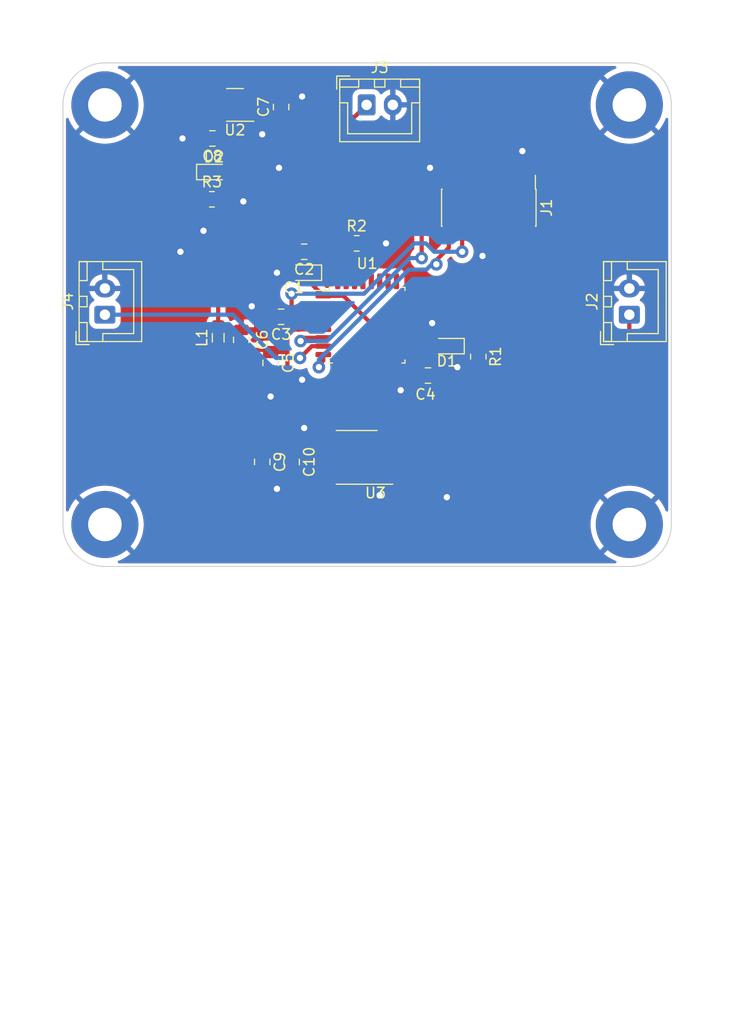
<source format=kicad_pcb>
(kicad_pcb (version 20221018) (generator pcbnew)
  (layers (0 "F.Cu" signal) (31 "B.Cu" signal) (34 "B.Paste" user) (35 "F.Paste" user) (36 "B.SilkS" user "B.Silkscreen") (37 "F.SilkS" user "F.Silkscreen") (38 "B.Mask" user) (39 "F.Mask" user) (44 "Edge.Cuts" user))
  (net 0 "")
  (net 1 "+3.3V")
  (net 2 "GND")
  (net 3 "NRST")
  (net 4 "+3.3VA")
  (net 5 "+5V")
  (net 6 "Net-(D1-K)")
  (net 7 "LED_STATUS")
  (net 8 "Net-(D2-K)")
  (net 11 "SWDIO")
  (net 12 "SWDCK")
  (net 16 "USART2_RX")
  (net 17 "USART2_TX")
  (net 18 "DAC_OUT")
  (net 19 "ADC_IN1")
  (net 20 "Net-(U1-PB9)")
  (net 23 "DAC_nLDAC")
  (net 24 "DAC_nCS")
  (net 25 "SPI1_SCK")
  (net 27 "SPI1_MOSI")
  (footprint "Connector_PinHeader_1.27mm:PinHeader_2x07_P1.27mm_Vertical_SMD" (layer "F.Cu") (at 86.6 39.8 -90)
    (fp_text reference "J1" (at 0 -5.505 90) (layer "F.SilkS"))
    (fp_text value "Conn_02x07_Odd_Even")
    (fp_line (start -3.09 -4.44) (end -1.765 -4.44) (stroke (width 0.12)) (layer "F.SilkS"))
    (fp_line (start -1.765 -4.505) (end -1.765 -4.44) (stroke (width 0.12)) (layer "F.SilkS"))
    (fp_line (start -1.765 -4.505) (end 1.765 -4.505) (stroke (width 0.12)) (layer "F.SilkS"))
    (fp_line (start -1.765 4.44) (end -1.765 4.505) (stroke (width 0.12)) (layer "F.SilkS"))
    (fp_line (start -1.765 4.505) (end 1.765 4.505) (stroke (width 0.12)) (layer "F.SilkS"))
    (fp_line (start 1.765 -4.505) (end 1.765 -4.44) (stroke (width 0.12)) (layer "F.SilkS"))
    (fp_line (start 1.765 4.44) (end 1.765 4.505) (stroke (width 0.12)) (layer "F.SilkS"))
    (pad "1" smd rect (at -1.95 -3.81 270) (size 2.4 0.74) (layers "F.Cu" "F.Paste" "F.Mask"))
    (pad "2" smd rect (at 1.95 -3.81 270) (size 2.4 0.74) (layers "F.Cu" "F.Paste" "F.Mask"))
    (pad "3" smd rect (at -1.95 -2.54 270) (size 2.4 0.74) (layers "F.Cu" "F.Paste" "F.Mask") (net 1 "+3.3V"))
    (pad "4" smd rect (at 1.95 -2.54 270) (size 2.4 0.74) (layers "F.Cu" "F.Paste" "F.Mask") (net 11 "SWDIO"))
    (pad "5" smd rect (at -1.95 -1.27 270) (size 2.4 0.74) (layers "F.Cu" "F.Paste" "F.Mask") (net 2 "GND"))
    (pad "6" smd rect (at 1.95 -1.27 270) (size 2.4 0.74) (layers "F.Cu" "F.Paste" "F.Mask") (net 12 "SWDCK"))
    (pad "7" smd rect (at -1.95 0 270) (size 2.4 0.74) (layers "F.Cu" "F.Paste" "F.Mask") (net 2 "GND"))
    (pad "8" smd rect (at 1.95 0 270) (size 2.4 0.74) (layers "F.Cu" "F.Paste" "F.Mask"))
    (pad "9" smd rect (at -1.95 1.27 270) (size 2.4 0.74) (layers "F.Cu" "F.Paste" "F.Mask"))
    (pad "10" smd rect (at 1.95 1.27 270) (size 2.4 0.74) (layers "F.Cu" "F.Paste" "F.Mask"))
    (pad "11" smd rect (at -1.95 2.54 270) (size 2.4 0.74) (layers "F.Cu" "F.Paste" "F.Mask") (net 2 "GND"))
    (pad "12" smd rect (at 1.95 2.54 270) (size 2.4 0.74) (layers "F.Cu" "F.Paste" "F.Mask") (net 3 "NRST"))
    (pad "13" smd rect (at -1.95 3.81 270) (size 2.4 0.74) (layers "F.Cu" "F.Paste" "F.Mask") (net 16 "USART2_RX"))
    (pad "14" smd rect (at 1.95 3.81 270) (size 2.4 0.74) (layers "F.Cu" "F.Paste" "F.Mask") (net 17 "USART2_TX"))
  )
  (footprint "Capacitor_SMD:C_0805_2012Metric_Pad1.18x1.45mm_HandSolder" (layer "F.Cu") (at 67.8 64.0375 -90)
    (fp_text reference "C10" (at 0 -1.68 90) (layer "F.SilkS"))
    (fp_text value "10u")
    (fp_line (start -0.261252 -0.735) (end 0.261252 -0.735) (stroke (width 0.12)) (layer "F.SilkS"))
    (fp_line (start -0.261252 0.735) (end 0.261252 0.735) (stroke (width 0.12)) (layer "F.SilkS"))
    (pad "1" smd roundrect (at -1.0375 0 270) (size 1.175 1.45) (layers "F.Cu" "F.Paste" "F.Mask") (roundrect_rratio 0.212766) (net 4 "+3.3VA"))
    (pad "2" smd roundrect (at 1.0375 0 270) (size 1.175 1.45) (layers "F.Cu" "F.Paste" "F.Mask") (roundrect_rratio 0.212766) (net 2 "GND"))
  )
  (footprint "Capacitor_SMD:C_0805_2012Metric_Pad1.18x1.45mm_HandSolder" (layer "F.Cu") (at 65.8 54.6 -90)
    (fp_text reference "C5" (at 0 -1.68 90) (layer "F.SilkS"))
    (fp_text value "1u")
    (fp_line (start -0.261252 -0.735) (end 0.261252 -0.735) (stroke (width 0.12)) (layer "F.SilkS"))
    (fp_line (start -0.261252 0.735) (end 0.261252 0.735) (stroke (width 0.12)) (layer "F.SilkS"))
    (pad "1" smd roundrect (at -1.0375 0 270) (size 1.175 1.45) (layers "F.Cu" "F.Paste" "F.Mask") (roundrect_rratio 0.212766) (net 4 "+3.3VA"))
    (pad "2" smd roundrect (at 1.0375 0 270) (size 1.175 1.45) (layers "F.Cu" "F.Paste" "F.Mask") (roundrect_rratio 0.212766) (net 2 "GND"))
  )
  (footprint "Connector_JST:JST_XH_B2B-XH-A_1x02_P2.50mm_Vertical" (layer "F.Cu") (at 100 50 90)
    (fp_text reference "J2" (at 1.25 -3.55 90) (layer "F.SilkS"))
    (fp_text value "OUTPUT")
    (fp_line (start -2.85 -2.75) (end -2.85 -1.5) (stroke (width 0.12)) (layer "F.SilkS"))
    (fp_line (start -2.56 -2.46) (end -2.56 3.51) (stroke (width 0.12)) (layer "F.SilkS"))
    (fp_line (start -2.56 3.51) (end 5.06 3.51) (stroke (width 0.12)) (layer "F.SilkS"))
    (fp_line (start -2.55 -2.45) (end -2.55 -1.7) (stroke (width 0.12)) (layer "F.SilkS"))
    (fp_line (start -2.55 -1.7) (end -0.75 -1.7) (stroke (width 0.12)) (layer "F.SilkS"))
    (fp_line (start -2.55 -0.2) (end -1.8 -0.2) (stroke (width 0.12)) (layer "F.SilkS"))
    (fp_line (start -1.8 -0.2) (end -1.8 2.75) (stroke (width 0.12)) (layer "F.SilkS"))
    (fp_line (start -1.8 2.75) (end 1.25 2.75) (stroke (width 0.12)) (layer "F.SilkS"))
    (fp_line (start -1.6 -2.75) (end -2.85 -2.75) (stroke (width 0.12)) (layer "F.SilkS"))
    (fp_line (start -0.75 -2.45) (end -2.55 -2.45) (stroke (width 0.12)) (layer "F.SilkS"))
    (fp_line (start -0.75 -1.7) (end -0.75 -2.45) (stroke (width 0.12)) (layer "F.SilkS"))
    (fp_line (start 0.75 -2.45) (end 0.75 -1.7) (stroke (width 0.12)) (layer "F.SilkS"))
    (fp_line (start 0.75 -1.7) (end 1.75 -1.7) (stroke (width 0.12)) (layer "F.SilkS"))
    (fp_line (start 1.75 -2.45) (end 0.75 -2.45) (stroke (width 0.12)) (layer "F.SilkS"))
    (fp_line (start 1.75 -1.7) (end 1.75 -2.45) (stroke (width 0.12)) (layer "F.SilkS"))
    (fp_line (start 3.25 -2.45) (end 3.25 -1.7) (stroke (width 0.12)) (layer "F.SilkS"))
    (fp_line (start 3.25 -1.7) (end 5.05 -1.7) (stroke (width 0.12)) (layer "F.SilkS"))
    (fp_line (start 4.3 -0.2) (end 4.3 2.75) (stroke (width 0.12)) (layer "F.SilkS"))
    (fp_line (start 4.3 2.75) (end 1.25 2.75) (stroke (width 0.12)) (layer "F.SilkS"))
    (fp_line (start 5.05 -2.45) (end 3.25 -2.45) (stroke (width 0.12)) (layer "F.SilkS"))
    (fp_line (start 5.05 -1.7) (end 5.05 -2.45) (stroke (width 0.12)) (layer "F.SilkS"))
    (fp_line (start 5.05 -0.2) (end 4.3 -0.2) (stroke (width 0.12)) (layer "F.SilkS"))
    (fp_line (start 5.06 -2.46) (end -2.56 -2.46) (stroke (width 0.12)) (layer "F.SilkS"))
    (fp_line (start 5.06 3.51) (end 5.06 -2.46) (stroke (width 0.12)) (layer "F.SilkS"))
    (pad "1" thru_hole roundrect (at 0 0 90) (size 1.7 2) (drill 1) (layers "*.Cu" "*.Mask") (roundrect_rratio 0.147059) (net 18 "DAC_OUT"))
    (pad "2" thru_hole oval (at 2.5 0 90) (size 1.7 2) (drill 1) (layers "*.Cu" "*.Mask") (net 2 "GND"))
  )
  (footprint "MountingHole:MountingHole_3.2mm_M3_Pad" (layer "F.Cu") (at 50 70)
    (fp_text reference "H103" hide)
    (fp_text value "MountingHole_Pad")
    (pad "1" thru_hole circle (at 0 0) (size 6.4 6.4) (drill 3.2) (layers "*.Cu" "*.Mask") (net 2 "GND"))
  )
  (footprint "LED_SMD:LED_0603_1608Metric_Pad1.05x0.95mm_HandSolder" (layer "F.Cu") (at 69 46 180)
    (fp_text reference "C1" (at 1 -1.43) (layer "F.SilkS"))
    (fp_text value "4u7")
    (fp_line (start -1.66 -0.735) (end -1.66 0.735) (stroke (width 0.12)) (layer "F.SilkS"))
    (fp_line (start -1.66 0.735) (end 0.8 0.735) (stroke (width 0.12)) (layer "F.SilkS"))
    (fp_line (start 0.8 -0.735) (end -1.66 -0.735) (stroke (width 0.12)) (layer "F.SilkS"))
    (pad "1" smd roundrect (at -0.875 0 180) (size 1.05 0.95) (layers "F.Cu" "F.Paste" "F.Mask") (net 1 "+3.3V"))
    (pad "2" smd roundrect (at 0.875 0 180) (size 1.05 0.95) (layers "F.Cu" "F.Paste" "F.Mask") (net 2 "GND"))
  )
  (footprint "MountingHole:MountingHole_3.2mm_M3_Pad" (layer "F.Cu") (at 50 30)
    (fp_text reference "H101" hide)
    (fp_text value "MountingHole_Pad")
    (pad "1" thru_hole circle (at 0 0) (size 6.4 6.4) (drill 3.2) (layers "*.Cu" "*.Mask") (net 2 "GND"))
  )
  (footprint "Package_TO_SOT_SMD:SOT-23-5" (layer "F.Cu") (at 62.4 30 180)
    (fp_text reference "U2" (at 0 -2.4) (layer "F.SilkS"))
    (fp_text value "BU33SD5WG_TR")
    (fp_line (start 0 -1.56) (end -1.8 -1.56) (stroke (width 0.12)) (layer "F.SilkS"))
    (fp_line (start 0 -1.56) (end 0.8 -1.56) (stroke (width 0.12)) (layer "F.SilkS"))
    (fp_line (start 0 1.56) (end -0.8 1.56) (stroke (width 0.12)) (layer "F.SilkS"))
    (fp_line (start 0 1.56) (end 0.8 1.56) (stroke (width 0.12)) (layer "F.SilkS"))
    (pad "1" smd roundrect (at -1.1375 -0.95 180) (size 1.325 0.6) (layers "F.Cu" "F.Paste" "F.Mask") (net 5 "+5V"))
    (pad "2" smd roundrect (at -1.1375 0 180) (size 1.325 0.6) (layers "F.Cu" "F.Paste" "F.Mask") (net 2 "GND"))
    (pad "3" smd roundrect (at -1.1375 0.95 180) (size 1.325 0.6) (layers "F.Cu" "F.Paste" "F.Mask") (net 5 "+5V"))
    (pad "4" smd roundrect (at 1.1375 0.95 180) (size 1.325 0.6) (layers "F.Cu" "F.Paste" "F.Mask"))
    (pad "5" smd roundrect (at 1.1375 -0.95 180) (size 1.325 0.6) (layers "F.Cu" "F.Paste" "F.Mask") (net 1 "+3.3V"))
  )
  (footprint "Capacitor_SMD:C_0805_2012Metric_Pad1.18x1.45mm_HandSolder" (layer "F.Cu") (at 80.8 55.8 180)
    (fp_text reference "C4" (at 0.2375 -1.8) (layer "F.SilkS"))
    (fp_text value "100n")
    (fp_line (start -0.261252 -0.735) (end 0.261252 -0.735) (stroke (width 0.12)) (layer "F.SilkS"))
    (fp_line (start -0.261252 0.735) (end 0.261252 0.735) (stroke (width 0.12)) (layer "F.SilkS"))
    (pad "1" smd roundrect (at -1.0375 0 180) (size 1.175 1.45) (layers "F.Cu" "F.Paste" "F.Mask") (roundrect_rratio 0.212766) (net 1 "+3.3V"))
    (pad "2" smd roundrect (at 1.0375 0 180) (size 1.175 1.45) (layers "F.Cu" "F.Paste" "F.Mask") (roundrect_rratio 0.212766) (net 2 "GND"))
  )
  (footprint "Capacitor_SMD:C_0805_2012Metric_Pad1.18x1.45mm_HandSolder" (layer "F.Cu") (at 66.8 50.2 180)
    (fp_text reference "C3" (at 0 -1.68) (layer "F.SilkS"))
    (fp_text value "100n")
    (fp_line (start -0.261252 -0.735) (end 0.261252 -0.735) (stroke (width 0.12)) (layer "F.SilkS"))
    (fp_line (start -0.261252 0.735) (end 0.261252 0.735) (stroke (width 0.12)) (layer "F.SilkS"))
    (pad "1" smd roundrect (at -1.0375 0 180) (size 1.175 1.45) (layers "F.Cu" "F.Paste" "F.Mask") (roundrect_rratio 0.212766) (net 3 "NRST"))
    (pad "2" smd roundrect (at 1.0375 0 180) (size 1.175 1.45) (layers "F.Cu" "F.Paste" "F.Mask") (roundrect_rratio 0.212766) (net 2 "GND"))
  )
  (footprint "MountingHole:MountingHole_3.2mm_M3_Pad" (layer "F.Cu") (at 100 30)
    (fp_text reference "H102" hide)
    (fp_text value "MountingHole_Pad")
    (pad "1" thru_hole circle (at 0 0) (size 6.4 6.4) (drill 3.2) (layers "*.Cu" "*.Mask") (net 2 "GND"))
  )
  (footprint "Capacitor_SMD:C_0805_2012Metric" (layer "F.Cu") (at 63 52.4 90)
    (fp_text reference "C6" (at 0 2 90) (layer "F.SilkS"))
    (fp_text value "10n")
    (fp_line (start -0.261252 -0.735) (end 0.261252 -0.735) (stroke (width 0.12)) (layer "F.SilkS"))
    (fp_line (start -0.261252 0.735) (end 0.261252 0.735) (stroke (width 0.12)) (layer "F.SilkS"))
    (pad "1" smd roundrect (at -0.95 0 90) (size 1 1.45) (layers "F.Cu" "F.Paste" "F.Mask") (net 4 "+3.3VA"))
    (pad "2" smd roundrect (at 0.95 0 90) (size 1 1.45) (layers "F.Cu" "F.Paste" "F.Mask") (net 2 "GND"))
  )
  (footprint "LED_SMD:LED_0603_1608Metric_Pad1.05x0.95mm_HandSolder" (layer "F.Cu") (at 60.4 36.4)
    (fp_text reference "D2" (at 0 -1.43) (layer "F.SilkS"))
    (fp_text value "GREEN LED")
    (fp_line (start -1.66 -0.735) (end -1.66 0.735) (stroke (width 0.12)) (layer "F.SilkS"))
    (fp_line (start -1.66 0.735) (end 0.8 0.735) (stroke (width 0.12)) (layer "F.SilkS"))
    (fp_line (start 0.8 -0.735) (end -1.66 -0.735) (stroke (width 0.12)) (layer "F.SilkS"))
    (pad "1" smd roundrect (at -0.875 0) (size 1.05 0.95) (layers "F.Cu" "F.Paste" "F.Mask") (net 8 "Net-(D2-K)"))
    (pad "2" smd roundrect (at 0.875 0) (size 1.05 0.95) (layers "F.Cu" "F.Paste" "F.Mask") (net 1 "+3.3V"))
  )
  (footprint "LED_SMD:LED_0603_1608Metric_Pad1.05x0.95mm_HandSolder" (layer "F.Cu") (at 82.6 53 180)
    (fp_text reference "D1" (at 0 -1.43) (layer "F.SilkS"))
    (fp_text value "ORANGE TLM01100-GS8")
    (fp_line (start -1.66 -0.735) (end -1.66 0.735) (stroke (width 0.12)) (layer "F.SilkS"))
    (fp_line (start -1.66 0.735) (end 0.8 0.735) (stroke (width 0.12)) (layer "F.SilkS"))
    (fp_line (start 0.8 -0.735) (end -1.66 -0.735) (stroke (width 0.12)) (layer "F.SilkS"))
    (pad "1" smd roundrect (at -0.875 0 180) (size 1.05 0.95) (layers "F.Cu" "F.Paste" "F.Mask") (net 6 "Net-(D1-K)"))
    (pad "2" smd roundrect (at 0.875 0 180) (size 1.05 0.95) (layers "F.Cu" "F.Paste" "F.Mask") (net 7 "LED_STATUS"))
  )
  (footprint "Capacitor_SMD:C_0805_2012Metric" (layer "F.Cu") (at 60.25 33.2 180)
    (fp_text reference "C8" (at 0 -1.68) (layer "F.SilkS"))
    (fp_text value "1uF")
    (fp_line (start -0.261252 -0.735) (end 0.261252 -0.735) (stroke (width 0.12)) (layer "F.SilkS"))
    (fp_line (start -0.261252 0.735) (end 0.261252 0.735) (stroke (width 0.12)) (layer "F.SilkS"))
    (pad "1" smd roundrect (at -0.95 0 180) (size 1 1.45) (layers "F.Cu" "F.Paste" "F.Mask") (net 1 "+3.3V"))
    (pad "2" smd roundrect (at 0.95 0 180) (size 1 1.45) (layers "F.Cu" "F.Paste" "F.Mask") (net 2 "GND"))
  )
  (footprint "Connector_JST:JST_XH_B2B-XH-A_1x02_P2.50mm_Vertical" (layer "F.Cu") (at 74.95 30)
    (fp_text reference "J3" (at 1.25 -3.55) (layer "F.SilkS"))
    (fp_text value "POWER")
    (fp_line (start -2.85 -2.75) (end -2.85 -1.5) (stroke (width 0.12)) (layer "F.SilkS"))
    (fp_line (start -2.56 -2.46) (end -2.56 3.51) (stroke (width 0.12)) (layer "F.SilkS"))
    (fp_line (start -2.56 3.51) (end 5.06 3.51) (stroke (width 0.12)) (layer "F.SilkS"))
    (fp_line (start -2.55 -2.45) (end -2.55 -1.7) (stroke (width 0.12)) (layer "F.SilkS"))
    (fp_line (start -2.55 -1.7) (end -0.75 -1.7) (stroke (width 0.12)) (layer "F.SilkS"))
    (fp_line (start -2.55 -0.2) (end -1.8 -0.2) (stroke (width 0.12)) (layer "F.SilkS"))
    (fp_line (start -1.8 -0.2) (end -1.8 2.75) (stroke (width 0.12)) (layer "F.SilkS"))
    (fp_line (start -1.8 2.75) (end 1.25 2.75) (stroke (width 0.12)) (layer "F.SilkS"))
    (fp_line (start -1.6 -2.75) (end -2.85 -2.75) (stroke (width 0.12)) (layer "F.SilkS"))
    (fp_line (start -0.75 -2.45) (end -2.55 -2.45) (stroke (width 0.12)) (layer "F.SilkS"))
    (fp_line (start -0.75 -1.7) (end -0.75 -2.45) (stroke (width 0.12)) (layer "F.SilkS"))
    (fp_line (start 0.75 -2.45) (end 0.75 -1.7) (stroke (width 0.12)) (layer "F.SilkS"))
    (fp_line (start 0.75 -1.7) (end 1.75 -1.7) (stroke (width 0.12)) (layer "F.SilkS"))
    (fp_line (start 1.75 -2.45) (end 0.75 -2.45) (stroke (width 0.12)) (layer "F.SilkS"))
    (fp_line (start 1.75 -1.7) (end 1.75 -2.45) (stroke (width 0.12)) (layer "F.SilkS"))
    (fp_line (start 3.25 -2.45) (end 3.25 -1.7) (stroke (width 0.12)) (layer "F.SilkS"))
    (fp_line (start 3.25 -1.7) (end 5.05 -1.7) (stroke (width 0.12)) (layer "F.SilkS"))
    (fp_line (start 4.3 -0.2) (end 4.3 2.75) (stroke (width 0.12)) (layer "F.SilkS"))
    (fp_line (start 4.3 2.75) (end 1.25 2.75) (stroke (width 0.12)) (layer "F.SilkS"))
    (fp_line (start 5.05 -2.45) (end 3.25 -2.45) (stroke (width 0.12)) (layer "F.SilkS"))
    (fp_line (start 5.05 -1.7) (end 5.05 -2.45) (stroke (width 0.12)) (layer "F.SilkS"))
    (fp_line (start 5.05 -0.2) (end 4.3 -0.2) (stroke (width 0.12)) (layer "F.SilkS"))
    (fp_line (start 5.06 -2.46) (end -2.56 -2.46) (stroke (width 0.12)) (layer "F.SilkS"))
    (fp_line (start 5.06 3.51) (end 5.06 -2.46) (stroke (width 0.12)) (layer "F.SilkS"))
    (pad "1" thru_hole roundrect (at 0 0) (size 1.7 2) (drill 1) (layers "*.Cu" "*.Mask") (roundrect_rratio 0.147059) (net 5 "+5V"))
    (pad "2" thru_hole oval (at 2.5 0) (size 1.7 2) (drill 1) (layers "*.Cu" "*.Mask") (net 2 "GND"))
  )
  (footprint "Resistor_SMD:R_0805_2012Metric_Pad1.20x1.40mm_HandSolder" (layer "F.Cu") (at 85.6 54 -90)
    (fp_text reference "R1" (at 0 -1.65 90) (layer "F.SilkS"))
    (fp_text value "1k")
    (fp_line (start -0.227064 -0.735) (end 0.227064 -0.735) (stroke (width 0.12)) (layer "F.SilkS"))
    (fp_line (start -0.227064 0.735) (end 0.227064 0.735) (stroke (width 0.12)) (layer "F.SilkS"))
    (pad "1" smd roundrect (at -1 0 270) (size 1.2 1.4) (layers "F.Cu" "F.Paste" "F.Mask") (roundrect_rratio 0.208333) (net 6 "Net-(D1-K)"))
    (pad "2" smd roundrect (at 1 0 270) (size 1.2 1.4) (layers "F.Cu" "F.Paste" "F.Mask") (roundrect_rratio 0.208333) (net 2 "GND"))
  )
  (footprint "Resistor_SMD:R_0805_2012Metric_Pad1.20x1.40mm_HandSolder" (layer "F.Cu") (at 60.2 39)
    (fp_text reference "R3" (at 0 -1.65) (layer "F.SilkS"))
    (fp_text value "1k")
    (fp_line (start -0.227064 -0.735) (end 0.227064 -0.735) (stroke (width 0.12)) (layer "F.SilkS"))
    (fp_line (start -0.227064 0.735) (end 0.227064 0.735) (stroke (width 0.12)) (layer "F.SilkS"))
    (pad "1" smd roundrect (at -1 0) (size 1.2 1.4) (layers "F.Cu" "F.Paste" "F.Mask") (roundrect_rratio 0.208333) (net 8 "Net-(D2-K)"))
    (pad "2" smd roundrect (at 1 0) (size 1.2 1.4) (layers "F.Cu" "F.Paste" "F.Mask") (roundrect_rratio 0.208333) (net 2 "GND"))
  )
  (footprint "Package_SO:SOIC-8_3.9x4.9mm_P1.27mm" (layer "F.Cu") (at 74 63.6 180)
    (fp_text reference "U3" (at -1.8 -3.4) (layer "F.SilkS"))
    (fp_text value "MCP4811")
    (fp_line (start 0 -2.56) (end -3.45 -2.56) (stroke (width 0.12)) (layer "F.SilkS"))
    (fp_line (start 0 -2.56) (end 1.95 -2.56) (stroke (width 0.12)) (layer "F.SilkS"))
    (fp_line (start 0 2.56) (end -1.95 2.56) (stroke (width 0.12)) (layer "F.SilkS"))
    (fp_line (start 0 2.56) (end 1.95 2.56) (stroke (width 0.12)) (layer "F.SilkS"))
    (pad "1" smd roundrect (at -2.475 -1.905 180) (size 1.95 0.6) (layers "F.Cu" "F.Paste" "F.Mask") (net 4 "+3.3VA"))
    (pad "2" smd roundrect (at -2.475 -0.635 180) (size 1.95 0.6) (layers "F.Cu" "F.Paste" "F.Mask") (net 24 "DAC_nCS"))
    (pad "3" smd roundrect (at -2.475 0.635 180) (size 1.95 0.6) (layers "F.Cu" "F.Paste" "F.Mask") (net 25 "SPI1_SCK"))
    (pad "4" smd roundrect (at -2.475 1.905 180) (size 1.95 0.6) (layers "F.Cu" "F.Paste" "F.Mask") (net 27 "SPI1_MOSI"))
    (pad "5" smd roundrect (at 2.475 1.905 180) (size 1.95 0.6) (layers "F.Cu" "F.Paste" "F.Mask") (net 23 "DAC_nLDAC"))
    (pad "6" smd roundrect (at 2.475 0.635 180) (size 1.95 0.6) (layers "F.Cu" "F.Paste" "F.Mask") (net 4 "+3.3VA"))
    (pad "7" smd roundrect (at 2.475 -0.635 180) (size 1.95 0.6) (layers "F.Cu" "F.Paste" "F.Mask") (net 2 "GND"))
    (pad "8" smd roundrect (at 2.475 -1.905 180) (size 1.95 0.6) (layers "F.Cu" "F.Paste" "F.Mask") (net 18 "DAC_OUT"))
  )
  (footprint "Capacitor_SMD:C_0805_2012Metric_Pad1.18x1.45mm_HandSolder" (layer "F.Cu") (at 65 64.0375 -90)
    (fp_text reference "C9" (at 0 -1.68 90) (layer "F.SilkS"))
    (fp_text value "10u")
    (fp_line (start -0.261252 -0.735) (end 0.261252 -0.735) (stroke (width 0.12)) (layer "F.SilkS"))
    (fp_line (start -0.261252 0.735) (end 0.261252 0.735) (stroke (width 0.12)) (layer "F.SilkS"))
    (pad "1" smd roundrect (at -1.0375 0 270) (size 1.175 1.45) (layers "F.Cu" "F.Paste" "F.Mask") (roundrect_rratio 0.212766) (net 4 "+3.3VA"))
    (pad "2" smd roundrect (at 1.0375 0 270) (size 1.175 1.45) (layers "F.Cu" "F.Paste" "F.Mask") (roundrect_rratio 0.212766) (net 2 "GND"))
  )
  (footprint "Resistor_SMD:R_0805_2012Metric_Pad1.20x1.40mm_HandSolder" (layer "F.Cu") (at 74 43.2)
    (fp_text reference "R2" (at 0 -1.65) (layer "F.SilkS"))
    (fp_text value "100k")
    (fp_line (start -0.227064 -0.735) (end 0.227064 -0.735) (stroke (width 0.12)) (layer "F.SilkS"))
    (fp_line (start -0.227064 0.735) (end 0.227064 0.735) (stroke (width 0.12)) (layer "F.SilkS"))
    (pad "1" smd roundrect (at -1 0) (size 1.2 1.4) (layers "F.Cu" "F.Paste" "F.Mask") (roundrect_rratio 0.208333) (net 20 "Net-(U1-PB9)"))
    (pad "2" smd roundrect (at 1 0) (size 1.2 1.4) (layers "F.Cu" "F.Paste" "F.Mask") (roundrect_rratio 0.208333) (net 2 "GND"))
  )
  (footprint "Capacitor_SMD:C_0805_2012Metric" (layer "F.Cu") (at 66.8 30.2 90)
    (fp_text reference "C7" (at 0 -1.68 90) (layer "F.SilkS"))
    (fp_text value "1uF")
    (fp_line (start -0.261252 -0.735) (end 0.261252 -0.735) (stroke (width 0.12)) (layer "F.SilkS"))
    (fp_line (start -0.261252 0.735) (end 0.261252 0.735) (stroke (width 0.12)) (layer "F.SilkS"))
    (pad "1" smd roundrect (at -0.95 0 90) (size 1 1.45) (layers "F.Cu" "F.Paste" "F.Mask") (net 5 "+5V"))
    (pad "2" smd roundrect (at 0.95 0 90) (size 1 1.45) (layers "F.Cu" "F.Paste" "F.Mask") (net 2 "GND"))
  )
  (footprint "Package_QFP:LQFP-32_7x7mm_P0.8mm" (layer "F.Cu") (at 75 51)
    (fp_text reference "U1" (at 0 -5.88) (layer "F.SilkS"))
    (fp_text value "STM32L021K4Tx")
    (fp_line (start -3.61 -3.61) (end -3.61 -3.31) (stroke (width 0.12)) (layer "F.SilkS"))
    (fp_line (start -3.61 -3.31) (end -4.925 -3.31) (stroke (width 0.12)) (layer "F.SilkS"))
    (fp_line (start -3.61 3.61) (end -3.61 3.31) (stroke (width 0.12)) (layer "F.SilkS"))
    (fp_line (start -3.31 -3.61) (end -3.61 -3.61) (stroke (width 0.12)) (layer "F.SilkS"))
    (fp_line (start -3.31 3.61) (end -3.61 3.61) (stroke (width 0.12)) (layer "F.SilkS"))
    (fp_line (start 3.31 -3.61) (end 3.61 -3.61) (stroke (width 0.12)) (layer "F.SilkS"))
    (fp_line (start 3.31 3.61) (end 3.61 3.61) (stroke (width 0.12)) (layer "F.SilkS"))
    (fp_line (start 3.61 -3.61) (end 3.61 -3.31) (stroke (width 0.12)) (layer "F.SilkS"))
    (fp_line (start 3.61 3.61) (end 3.61 3.31) (stroke (width 0.12)) (layer "F.SilkS"))
    (pad "1" smd roundrect (at -4.175 -2.8) (size 1.5 0.5) (layers "F.Cu" "F.Paste" "F.Mask") (net 1 "+3.3V"))
    (pad "2" smd roundrect (at -4.175 -2) (size 1.5 0.5) (layers "F.Cu" "F.Paste" "F.Mask"))
    (pad "3" smd roundrect (at -4.175 -1.2) (size 1.5 0.5) (layers "F.Cu" "F.Paste" "F.Mask"))
    (pad "4" smd roundrect (at -4.175 -0.4) (size 1.5 0.5) (layers "F.Cu" "F.Paste" "F.Mask") (net 3 "NRST"))
    (pad "5" smd roundrect (at -4.175 0.4) (size 1.5 0.5) (layers "F.Cu" "F.Paste" "F.Mask") (net 4 "+3.3VA"))
    (pad "6" smd roundrect (at -4.175 1.2) (size 1.5 0.5) (layers "F.Cu" "F.Paste" "F.Mask") (net 16 "USART2_RX"))
    (pad "7" smd roundrect (at -4.175 2) (size 1.5 0.5) (layers "F.Cu" "F.Paste" "F.Mask") (net 19 "ADC_IN1"))
    (pad "8" smd roundrect (at -4.175 2.8) (size 1.5 0.5) (layers "F.Cu" "F.Paste" "F.Mask") (net 17 "USART2_TX"))
    (pad "9" smd roundrect (at -2.8 4.175) (size 0.5 1.5) (layers "F.Cu" "F.Paste" "F.Mask") (net 23 "DAC_nLDAC"))
    (pad "10" smd roundrect (at -2 4.175) (size 0.5 1.5) (layers "F.Cu" "F.Paste" "F.Mask") (net 24 "DAC_nCS"))
    (pad "11" smd roundrect (at -1.2 4.175) (size 0.5 1.5) (layers "F.Cu" "F.Paste" "F.Mask") (net 25 "SPI1_SCK"))
    (pad "12" smd roundrect (at -0.4 4.175) (size 0.5 1.5) (layers "F.Cu" "F.Paste" "F.Mask"))
    (pad "13" smd roundrect (at 0.4 4.175) (size 0.5 1.5) (layers "F.Cu" "F.Paste" "F.Mask") (net 27 "SPI1_MOSI"))
    (pad "14" smd roundrect (at 1.2 4.175) (size 0.5 1.5) (layers "F.Cu" "F.Paste" "F.Mask"))
    (pad "15" smd roundrect (at 2 4.175) (size 0.5 1.5) (layers "F.Cu" "F.Paste" "F.Mask"))
    (pad "16" smd roundrect (at 2.8 4.175) (size 0.5 1.5) (layers "F.Cu" "F.Paste" "F.Mask") (net 2 "GND"))
    (pad "17" smd roundrect (at 4.175 2.8) (size 1.5 0.5) (layers "F.Cu" "F.Paste" "F.Mask") (net 1 "+3.3V"))
    (pad "18" smd roundrect (at 4.175 2) (size 1.5 0.5) (layers "F.Cu" "F.Paste" "F.Mask") (net 7 "LED_STATUS"))
    (pad "19" smd roundrect (at 4.175 1.2) (size 1.5 0.5) (layers "F.Cu" "F.Paste" "F.Mask"))
    (pad "20" smd roundrect (at 4.175 0.4) (size 1.5 0.5) (layers "F.Cu" "F.Paste" "F.Mask"))
    (pad "21" smd roundrect (at 4.175 -0.4) (size 1.5 0.5) (layers "F.Cu" "F.Paste" "F.Mask"))
    (pad "22" smd roundrect (at 4.175 -1.2) (size 1.5 0.5) (layers "F.Cu" "F.Paste" "F.Mask"))
    (pad "23" smd roundrect (at 4.175 -2) (size 1.5 0.5) (layers "F.Cu" "F.Paste" "F.Mask") (net 11 "SWDIO"))
    (pad "24" smd roundrect (at 4.175 -2.8) (size 1.5 0.5) (layers "F.Cu" "F.Paste" "F.Mask") (net 12 "SWDCK"))
    (pad "25" smd roundrect (at 2.8 -4.175) (size 0.5 1.5) (layers "F.Cu" "F.Paste" "F.Mask"))
    (pad "26" smd roundrect (at 2 -4.175) (size 0.5 1.5) (layers "F.Cu" "F.Paste" "F.Mask"))
    (pad "27" smd roundrect (at 1.2 -4.175) (size 0.5 1.5) (layers "F.Cu" "F.Paste" "F.Mask"))
    (pad "28" smd roundrect (at 0.4 -4.175) (size 0.5 1.5) (layers "F.Cu" "F.Paste" "F.Mask"))
    (pad "29" smd roundrect (at -0.4 -4.175) (size 0.5 1.5) (layers "F.Cu" "F.Paste" "F.Mask"))
    (pad "30" smd roundrect (at -1.2 -4.175) (size 0.5 1.5) (layers "F.Cu" "F.Paste" "F.Mask"))
    (pad "31" smd roundrect (at -2 -4.175) (size 0.5 1.5) (layers "F.Cu" "F.Paste" "F.Mask") (net 20 "Net-(U1-PB9)"))
    (pad "32" smd roundrect (at -2.8 -4.175) (size 0.5 1.5) (layers "F.Cu" "F.Paste" "F.Mask") (net 2 "GND"))
  )
  (footprint "MountingHole:MountingHole_3.2mm_M3_Pad" (layer "F.Cu") (at 100 70)
    (fp_text reference "H104" hide)
    (fp_text value "MountingHole_Pad")
    (pad "1" thru_hole circle (at 0 0) (size 6.4 6.4) (drill 3.2) (layers "*.Cu" "*.Mask") (net 2 "GND"))
  )
  (footprint "Connector_JST:JST_XH_B2B-XH-A_1x02_P2.50mm_Vertical" (layer "F.Cu") (at 50 50 90)
    (fp_text reference "J4" (at 1.25 -3.55 90) (layer "F.SilkS"))
    (fp_text value "INPUT")
    (fp_line (start -2.85 -2.75) (end -2.85 -1.5) (stroke (width 0.12)) (layer "F.SilkS"))
    (fp_line (start -2.56 -2.46) (end -2.56 3.51) (stroke (width 0.12)) (layer "F.SilkS"))
    (fp_line (start -2.56 3.51) (end 5.06 3.51) (stroke (width 0.12)) (layer "F.SilkS"))
    (fp_line (start -2.55 -2.45) (end -2.55 -1.7) (stroke (width 0.12)) (layer "F.SilkS"))
    (fp_line (start -2.55 -1.7) (end -0.75 -1.7) (stroke (width 0.12)) (layer "F.SilkS"))
    (fp_line (start -2.55 -0.2) (end -1.8 -0.2) (stroke (width 0.12)) (layer "F.SilkS"))
    (fp_line (start -1.8 -0.2) (end -1.8 2.75) (stroke (width 0.12)) (layer "F.SilkS"))
    (fp_line (start -1.8 2.75) (end 1.25 2.75) (stroke (width 0.12)) (layer "F.SilkS"))
    (fp_line (start -1.6 -2.75) (end -2.85 -2.75) (stroke (width 0.12)) (layer "F.SilkS"))
    (fp_line (start -0.75 -2.45) (end -2.55 -2.45) (stroke (width 0.12)) (layer "F.SilkS"))
    (fp_line (start -0.75 -1.7) (end -0.75 -2.45) (stroke (width 0.12)) (layer "F.SilkS"))
    (fp_line (start 0.75 -2.45) (end 0.75 -1.7) (stroke (width 0.12)) (layer "F.SilkS"))
    (fp_line (start 0.75 -1.7) (end 1.75 -1.7) (stroke (width 0.12)) (layer "F.SilkS"))
    (fp_line (start 1.75 -2.45) (end 0.75 -2.45) (stroke (width 0.12)) (layer "F.SilkS"))
    (fp_line (start 1.75 -1.7) (end 1.75 -2.45) (stroke (width 0.12)) (layer "F.SilkS"))
    (fp_line (start 3.25 -2.45) (end 3.25 -1.7) (stroke (width 0.12)) (layer "F.SilkS"))
    (fp_line (start 3.25 -1.7) (end 5.05 -1.7) (stroke (width 0.12)) (layer "F.SilkS"))
    (fp_line (start 4.3 -0.2) (end 4.3 2.75) (stroke (width 0.12)) (layer "F.SilkS"))
    (fp_line (start 4.3 2.75) (end 1.25 2.75) (stroke (width 0.12)) (layer "F.SilkS"))
    (fp_line (start 5.05 -2.45) (end 3.25 -2.45) (stroke (width 0.12)) (layer "F.SilkS"))
    (fp_line (start 5.05 -1.7) (end 5.05 -2.45) (stroke (width 0.12)) (layer "F.SilkS"))
    (fp_line (start 5.05 -0.2) (end 4.3 -0.2) (stroke (width 0.12)) (layer "F.SilkS"))
    (fp_line (start 5.06 -2.46) (end -2.56 -2.46) (stroke (width 0.12)) (layer "F.SilkS"))
    (fp_line (start 5.06 3.51) (end 5.06 -2.46) (stroke (width 0.12)) (layer "F.SilkS"))
    (pad "1" thru_hole roundrect (at 0 0 90) (size 1.7 2) (drill 1) (layers "*.Cu" "*.Mask") (roundrect_rratio 0.147059) (net 19 "ADC_IN1"))
    (pad "2" thru_hole oval (at 2.5 0 90) (size 1.7 2) (drill 1) (layers "*.Cu" "*.Mask") (net 2 "GND"))
  )
  (footprint "Inductor_SMD:L_0805_2012Metric_Pad1.05x1.20mm_HandSolder" (layer "F.Cu") (at 60.8 52.2 90)
    (fp_text reference "L1" (at 0 -1.55 90) (layer "F.SilkS"))
    (fp_text value "39n")
    (fp_line (start -0.410242 -0.56) (end 0.410242 -0.56) (stroke (width 0.12)) (layer "F.SilkS"))
    (fp_line (start -0.410242 0.56) (end 0.410242 0.56) (stroke (width 0.12)) (layer "F.SilkS"))
    (pad "1" smd roundrect (at -1.15 0 90) (size 1.05 1.2) (layers "F.Cu" "F.Paste" "F.Mask") (roundrect_rratio 0.238095) (net 4 "+3.3VA"))
    (pad "2" smd roundrect (at 1.15 0 90) (size 1.05 1.2) (layers "F.Cu" "F.Paste" "F.Mask") (roundrect_rratio 0.238095) (net 1 "+3.3V"))
  )
  (footprint "Capacitor_SMD:C_0805_2012Metric_Pad1.18x1.45mm_HandSolder" (layer "F.Cu") (at 69 44 180)
    (fp_text reference "C2" (at 0 -1.68) (layer "F.SilkS"))
    (fp_text value "100n")
    (fp_line (start -0.261252 -0.735) (end 0.261252 -0.735) (stroke (width 0.12)) (layer "F.SilkS"))
    (fp_line (start -0.261252 0.735) (end 0.261252 0.735) (stroke (width 0.12)) (layer "F.SilkS"))
    (pad "1" smd roundrect (at -1.0375 0 180) (size 1.175 1.45) (layers "F.Cu" "F.Paste" "F.Mask") (roundrect_rratio 0.212766) (net 1 "+3.3V"))
    (pad "2" smd roundrect (at 1.0375 0 180) (size 1.175 1.45) (layers "F.Cu" "F.Paste" "F.Mask") (roundrect_rratio 0.212766) (net 2 "GND"))
  )
  (gr_line (start 46 70) (end 46 30) (stroke (width 0.1)) (layer "Edge.Cuts"))
  (gr_arc (start 104 70) (mid 102.828427 72.828427) (end 100 74) (stroke (width 0.1)) (layer "Edge.Cuts"))
  (gr_arc (start 100 26) (mid 102.828427 27.171573) (end 104 30) (stroke (width 0.1)) (layer "Edge.Cuts"))
  (gr_line (start 104 30) (end 104 70) (stroke (width 0.1)) (layer "Edge.Cuts"))
  (gr_line (start 50 26) (end 100 26) (stroke (width 0.1)) (layer "Edge.Cuts"))
  (gr_line (start 100 74) (end 50 74) (stroke (width 0.1)) (layer "Edge.Cuts"))
  (gr_arc (start 46 30) (mid 47.171573 27.171573) (end 50 26) (stroke (width 0.1)) (layer "Edge.Cuts"))
  (gr_arc (start 50 74) (mid 47.171573 72.828427) (end 46 70) (stroke (width 0.1)) (layer "Edge.Cuts"))
  (segment (start 69.875 46) (end 69.875 47.25) (width 0.4) (layer "F.Cu") (net 1))
  (segment (start 61.2 33.2) (end 61.2 31.0125) (width 0.4) (layer "F.Cu") (net 1))
  (segment (start 87.49 34.6) (end 64.4 34.6) (width 0.4) (layer "F.Cu") (net 1))
  (segment (start 62.8 34.6) (end 62.4 34.6) (width 0.4) (layer "F.Cu") (net 1))
  (segment (start 78.337652 53.8) (end 72.737652 48.2) (width 0.4) (layer "F.Cu") (net 1))
  (segment (start 70.0375 44) (end 70.0375 41.8) (width 0.4) (layer "F.Cu") (net 1))
  (segment (start 70 41.8) (end 62.8 34.6) (width 0.4) (layer "F.Cu") (net 1))
  (segment (start 61.2 33.2) (end 61.2 33.4) (width 0.4) (layer "F.Cu") (net 1))
  (segment (start 56.65 30.95) (end 61.2625 30.95) (width 0.4) (layer "F.Cu") (net 1))
  (segment (start 61.275 36.4) (end 61 36.125) (width 0.4) (layer "F.Cu") (net 1))
  (segment (start 70.0375 41.8) (end 70 41.8) (width 0.4) (layer "F.Cu") (net 1))
  (segment (start 62.4 34.6) (end 61.2 33.4) (width 0.4) (layer "F.Cu") (net 1))
  (segment (start 61.2 31.0125) (end 61.2625 30.95) (width 0.4) (layer "F.Cu") (net 1))
  (segment (start 61 33.4) (end 61.2 33.2) (width 0.4) (layer "F.Cu") (net 1))
  (segment (start 60.8 51.05) (end 60.8 45.4) (width 0.4) (layer "F.Cu") (net 1))
  (segment (start 69.875 44.1625) (end 70.0375 44) (width 0.4) (layer "F.Cu") (net 1))
  (segment (start 79.175 53.8) (end 78.337652 53.8) (width 0.4) (layer "F.Cu") (net 1))
  (segment (start 69.875 47.25) (end 70.825 48.2) (width 0.4) (layer "F.Cu") (net 1))
  (segment (start 61 36.125) (end 61 33.4) (width 0.4) (layer "F.Cu") (net 1))
  (segment (start 63 33.2) (end 61.2 33.2) (width 0.4) (layer "F.Cu") (net 1))
  (segment (start 64.4 34.6) (end 63 33.2) (width 0.4) (layer "F.Cu") (net 1))
  (segment (start 79.175 53.8) (end 79.8375 53.8) (width 0.4) (layer "F.Cu") (net 1))
  (segment (start 72.737652 48.2) (end 70.825 48.2) (width 0.4) (layer "F.Cu") (net 1))
  (segment (start 55.8 40.4) (end 55.8 31.8) (width 0.4) (layer "F.Cu") (net 1))
  (segment (start 79.8375 53.8) (end 81.8375 55.8) (width 0.4) (layer "F.Cu") (net 1))
  (segment (start 89.14 36.25) (end 87.49 34.6) (width 0.4) (layer "F.Cu") (net 1))
  (segment (start 69.875 46) (end 69.875 44.1625) (width 0.4) (layer "F.Cu") (net 1))
  (segment (start 60.8 45.4) (end 55.8 40.4) (width 0.4) (layer "F.Cu") (net 1))
  (segment (start 55.8 31.8) (end 56.65 30.95) (width 0.4) (layer "F.Cu") (net 1))
  (segment (start 89.14 36.25) (end 89.14 37.85) (width 0.4) (layer "F.Cu") (net 1))
  (segment (start 72.2 46.825) (end 72.2 46) (width 0.4) (layer "F.Cu") (net 2))
  (segment (start 72.2 46) (end 71.9 45.7) (width 0.4) (layer "F.Cu") (net 2))
  (via (at 76.8 43.2) (size 1.2) (drill 0.6) (layers "F.Cu" "B.Cu") (net 2))
  (via (at 68.8 29.2) (size 1.2) (drill 0.6) (layers "F.Cu" "B.Cu") (net 2))
  (via (at 69 60.8) (size 1.2) (drill 0.6) (layers "F.Cu" "B.Cu") (net 2))
  (via (at 66.6 36) (size 1.2) (drill 0.6) (layers "F.Cu" "B.Cu") (net 2))
  (via (at 89.8 34.4) (size 1.2) (drill 0.6) (layers "F.Cu" "B.Cu") (net 2))
  (via (at 82.6 67.4) (size 1.2) (drill 0.6) (layers "F.Cu" "B.Cu") (net 2))
  (via (at 66.4 66.6) (size 1.2) (drill 0.6) (layers "F.Cu" "B.Cu") (net 2))
  (via (at 83.6 55) (size 1.2) (drill 0.6) (layers "F.Cu" "B.Cu") (net 2))
  (via (at 65 32.8) (size 1.2) (drill 0.6) (layers "F.Cu" "B.Cu") (net 2))
  (via (at 68.8 56.2) (size 1.2) (drill 0.6) (layers "F.Cu" "B.Cu") (net 2))
  (via (at 57.4 33.2) (size 1.2) (drill 0.6) (layers "F.Cu" "B.Cu") (net 2))
  (via (at 59.4 42) (size 1.2) (drill 0.6) (layers "F.Cu" "B.Cu") (net 2))
  (via (at 86 44.4) (size 1.2) (drill 0.6) (layers "F.Cu" "B.Cu") (net 2))
  (via (at 78.2 57.2) (size 1.2) (drill 0.6) (layers "F.Cu" "B.Cu") (net 2))
  (via (at 76.2 67.2) (size 1.2) (drill 0.6) (layers "F.Cu" "B.Cu") (net 2))
  (via (at 63.2 39.2) (size 1.2) (drill 0.6) (layers "F.Cu" "B.Cu") (net 2))
  (via (at 64 49.2) (size 1.2) (drill 0.6) (layers "F.Cu" "B.Cu") (net 2))
  (via (at 57.2 44) (size 1.2) (drill 0.6) (layers "F.Cu" "B.Cu") (net 2))
  (via (at 66.4 46) (size 1.2) (drill 0.6) (layers "F.Cu" "B.Cu") (net 2))
  (via (at 81 36) (size 1.2) (drill 0.6) (layers "F.Cu" "B.Cu") (net 2))
  (via (at 65.8 57.8) (size 1.2) (drill 0.6) (layers "F.Cu" "B.Cu") (net 2))
  (via (at 81.2 50.8) (size 1.2) (drill 0.6) (layers "F.Cu" "B.Cu") (net 2))
  (segment (start 68.2375 50.6) (end 67.8375 50.2) (width 0.4) (layer "F.Cu") (net 3))
  (segment (start 84.06 44) (end 84.06 41.75) (width 0.4) (layer "F.Cu") (net 3))
  (segment (start 70.825 50.6) (end 68.2375 50.6) (width 0.4) (layer "F.Cu") (net 3))
  (segment (start 67.8 50.1625) (end 67.8375 50.2) (width 0.4) (layer "F.Cu") (net 3))
  (segment (start 67.8 48) (end 67.8 50.1625) (width 0.4) (layer "F.Cu") (net 3))
  (via (at 67.8 48) (size 1.2) (drill 0.6) (layers "F.Cu" "B.Cu") (net 3))
  (via (at 84.06 44) (size 1.2) (drill 0.6) (layers "F.Cu" "B.Cu") (net 3))
  (segment (start 79.5 43.2) (end 74.7 48) (width 0.4) (layer "B.Cu") (net 3))
  (segment (start 84.06 44) (end 81.4 44) (width 0.4) (layer "B.Cu") (net 3))
  (segment (start 81.4 44) (end 80.6 43.2) (width 0.4) (layer "B.Cu") (net 3))
  (segment (start 80.6 43.2) (end 79.5 43.2) (width 0.4) (layer "B.Cu") (net 3))
  (segment (start 74.7 48) (end 67.8 48) (width 0.4) (layer "B.Cu") (net 3))
  (segment (start 71.89 63.2) (end 72.125 62.965) (width 0.4) (layer "F.Cu") (net 4))
  (segment (start 65 63) (end 67.4 60.6) (width 0.4) (layer "F.Cu") (net 4))
  (segment (start 71.525 62.965) (end 72.97505 62.965) (width 0.4) (layer "F.Cu") (net 4))
  (segment (start 68.492588 51.425) (end 68.517588 51.4) (width 0.4) (layer "F.Cu") (net 4))
  (segment (start 72.97505 62.965) (end 75.51505 65.505) (width 0.4) (layer "F.Cu") (net 4))
  (segment (start 67.4 52) (end 67.975 51.425) (width 0.4) (layer "F.Cu") (net 4))
  (segment (start 65.5875 53.35) (end 65.8 53.5625) (width 0.4) (layer "F.Cu") (net 4))
  (segment (start 67.8 63) (end 71.49 63) (width 0.4) (layer "F.Cu") (net 4))
  (segment (start 68.517588 51.4) (end 70.825 51.4) (width 0.4) (layer "F.Cu") (net 4))
  (segment (start 60.8 53.35) (end 63 53.35) (width 0.4) (layer "F.Cu") (net 4))
  (segment (start 67.975 51.425) (end 68.492588 51.425) (width 0.4) (layer "F.Cu") (net 4))
  (segment (start 67.4 53.5625) (end 65.8 53.5625) (width 0.4) (layer "F.Cu") (net 4))
  (segment (start 65 63) (end 67.8 63) (width 0.4) (layer "F.Cu") (net 4))
  (segment (start 67.4 53.5625) (end 67.4 52) (width 0.4) (layer "F.Cu") (net 4))
  (segment (start 75.51505 65.505) (end 76.475 65.505) (width 0.4) (layer "F.Cu") (net 4))
  (segment (start 71.525 62.965) (end 70.896606 62.965) (width 0.4) (layer "F.Cu") (net 4))
  (segment (start 77.17 65.6) (end 77.075 65.505) (width 0.4) (layer "F.Cu") (net 4))
  (segment (start 71.49 63) (end 71.525 62.965) (width 0.4) (layer "F.Cu") (net 4))
  (segment (start 67.4 60.6) (end 67.4 53.5625) (width 0.4) (layer "F.Cu") (net 4))
  (segment (start 63 53.35) (end 65.5875 53.35) (width 0.4) (layer "F.Cu") (net 4))
  (segment (start 64.199999 29.05) (end 65.2 30.050001) (width 0.4) (layer "F.Cu") (net 5))
  (segment (start 66.8 31.15) (end 65.2 31.15) (width 0.4) (layer "F.Cu") (net 5))
  (segment (start 63.5375 29.05) (end 64.199999 29.05) (width 0.4) (layer "F.Cu") (net 5))
  (segment (start 73.8 31.15) (end 74.95 30) (width 0.4) (layer "F.Cu") (net 5))
  (segment (start 63.7375 31.15) (end 63.5375 30.95) (width 0.4) (layer "F.Cu") (net 5))
  (segment (start 65.2 30.050001) (end 65.2 31.15) (width 0.4) (layer "F.Cu") (net 5))
  (segment (start 65.2 31.15) (end 63.7375 31.15) (width 0.4) (layer "F.Cu") (net 5))
  (segment (start 68.8 31.15) (end 73.8 31.15) (width 0.4) (layer "F.Cu") (net 5))
  (segment (start 66.8 31.15) (end 68.8 31.15) (width 0.4) (layer "F.Cu") (net 5))
  (segment (start 83.475 53) (end 85.6 53) (width 0.4) (layer "F.Cu") (net 6))
  (segment (start 81.725 53) (end 79.175 53) (width 0.4) (layer "F.Cu") (net 7))
  (segment (start 59.2 39) (end 59.2 36.725) (width 0.4) (layer "F.Cu") (net 8))
  (segment (start 59.2 36.725) (end 59.525 36.4) (width 0.4) (layer "F.Cu") (net 8))
  (segment (start 79.175 49) (end 87 49) (width 0.4) (layer "F.Cu") (net 11))
  (segment (start 87 49) (end 89.14 46.86) (width 0.4) (layer "F.Cu") (net 11))
  (segment (start 89.14 46.86) (end 89.14 41.75) (width 0.4) (layer "F.Cu") (net 11))
  (segment (start 86.6 48.2) (end 87.87 46.93) (width 0.4) (layer "F.Cu") (net 12))
  (segment (start 87.87 46.93) (end 87.87 41.75) (width 0.4) (layer "F.Cu") (net 12))
  (segment (start 79.175 48.2) (end 86.6 48.2) (width 0.4) (layer "F.Cu") (net 12))
  (segment (start 80.2 40.44) (end 82.79 37.85) (width 0.4) (layer "F.Cu") (net 16))
  (segment (start 80.2 44.6) (end 80.2 40.44) (width 0.4) (layer "F.Cu") (net 16))
  (segment (start 68.655536 52.512865) (end 68.968401 52.2) (width 0.4) (layer "F.Cu") (net 16))
  (segment (start 68.968401 52.2) (end 70.825 52.2) (width 0.4) (layer "F.Cu") (net 16))
  (via (at 68.655536 52.512865) (size 1.2) (drill 0.6) (layers "F.Cu" "B.Cu") (net 16))
  (via (at 80.2 44.6) (size 1.2) (drill 0.6) (layers "F.Cu" "B.Cu") (net 16))
  (segment (start 68.655536 52.512865) (end 71.177085 52.512865) (width 0.4) (layer "B.Cu") (net 16))
  (segment (start 71.177085 52.512865) (end 79.08995 44.6) (width 0.4) (layer "B.Cu") (net 16))
  (segment (start 79.08995 44.6) (end 80.2 44.6) (width 0.4) (layer "B.Cu") (net 16))
  (segment (start 82.79 43.61) (end 82.79 41.75) (width 0.4) (layer "F.Cu") (net 17))
  (segment (start 70.4 54.8) (end 70.825 54.375) (width 0.4) (layer "F.Cu") (net 17))
  (segment (start 81.6 45.2) (end 81.6 44.8) (width 0.4) (layer "F.Cu") (net 17))
  (segment (start 70.4 55) (end 70.4 54.8) (width 0.4) (layer "F.Cu") (net 17))
  (segment (start 81.6 44.8) (end 82.79 43.61) (width 0.4) (layer "F.Cu") (net 17))
  (segment (start 70.825 54.375) (end 70.825 53.8) (width 0.4) (layer "F.Cu") (net 17))
  (via (at 81.6 45.2) (size 1.2) (drill 0.6) (layers "F.Cu" "B.Cu") (net 17))
  (via (at 70.4 55) (size 1.2) (drill 0.6) (layers "F.Cu" "B.Cu") (net 17))
  (segment (start 70.4 54.2799) (end 70.4 55) (width 0.4) (layer "B.Cu") (net 17))
  (segment (start 78.9799 45.7) (end 70.4 54.2799) (width 0.4) (layer "B.Cu") (net 17))
  (segment (start 80.655635 45.7) (end 78.9799 45.7) (width 0.4) (layer "B.Cu") (net 17))
  (segment (start 81.155635 45.2) (end 80.655635 45.7) (width 0.4) (layer "B.Cu") (net 17))
  (segment (start 81.6 45.2) (end 81.155635 45.2) (width 0.4) (layer "B.Cu") (net 17))
  (segment (start 83.2 68.8) (end 75.42 68.8) (width 0.4) (layer "F.Cu") (net 18))
  (segment (start 75.42 68.8) (end 72.125 65.505) (width 0.4) (layer "F.Cu") (net 18))
  (segment (start 100 50) (end 100 52) (width 0.4) (layer "F.Cu") (net 18))
  (segment (start 100 52) (end 83.2 68.8) (width 0.4) (layer "F.Cu") (net 18))
  (segment (start 69.724036 53) (end 68.6 54.124036) (width 0.4) (layer "F.Cu") (net 19))
  (segment (start 70.825 53) (end 69.724036 53) (width 0.4) (layer "F.Cu") (net 19))
  (via (at 68.6 54.124036) (size 1.2) (drill 0.6) (layers "F.Cu" "B.Cu") (net 19))
  (segment (start 62.2 50) (end 50 50) (width 0.4) (layer "B.Cu") (net 19))
  (segment (start 66.324036 54.124036) (end 62.2 50) (width 0.4) (layer "B.Cu") (net 19))
  (segment (start 68.6 54.124036) (end 66.324036 54.124036) (width 0.4) (layer "B.Cu") (net 19))
  (segment (start 73 43.2) (end 73 46.825) (width 0.4) (layer "F.Cu") (net 20))
  (segment (start 72.105 61.695) (end 72.2 61.6) (width 0.4) (layer "F.Cu") (net 23))
  (segment (start 72.125 55.25) (end 72.2 55.175) (width 0.4) (layer "F.Cu") (net 23))
  (segment (start 72.2 61.6) (end 72.2 55.175) (width 0.4) (layer "F.Cu") (net 23))
  (segment (start 71.525 61.695) (end 72.105 61.695) (width 0.4) (layer "F.Cu") (net 23))
  (segment (start 73 62) (end 73 55.175) (width 0.4) (layer "F.Cu") (net 24))
  (segment (start 75.235 64.235) (end 73 62) (width 0.4) (layer "F.Cu") (net 24))
  (segment (start 76.475 64.235) (end 75.235 64.235) (width 0.4) (layer "F.Cu") (net 24))
  (segment (start 77.075 62.965) (end 76.100001 62.965) (width 0.4) (layer "F.Cu") (net 25))
  (segment (start 73.8 61.264999) (end 73.8 55.175) (width 0.4) (layer "F.Cu") (net 25))
  (segment (start 75.500001 62.965) (end 73.8 61.264999) (width 0.4) (layer "F.Cu") (net 25))
  (segment (start 76.475 62.965) (end 75.500001 62.965) (width 0.4) (layer "F.Cu") (net 25))
  (segment (start 75.895 61.695) (end 75.4 61.2) (width 0.4) (layer "F.Cu") (net 27))
  (segment (start 75.4 61.2) (end 75.4 55.175) (width 0.4) (layer "F.Cu") (net 27))
  (segment (start 76.475 61.695) (end 75.895 61.695) (width 0.4) (layer "F.Cu") (net 27))
  (zone (net 2) (net_name "GND") (layers "F&B.Cu") (connect_pads (clearance 0.5)) (min_thickness 0.25) (fill yes (thermal_gap 0.5) (thermal_bridge_width 0.5))
    (polygon (pts (xy 40 20) (xy 110 20) (xy 110 80) (xy 40 80)))
  )
)
</source>
